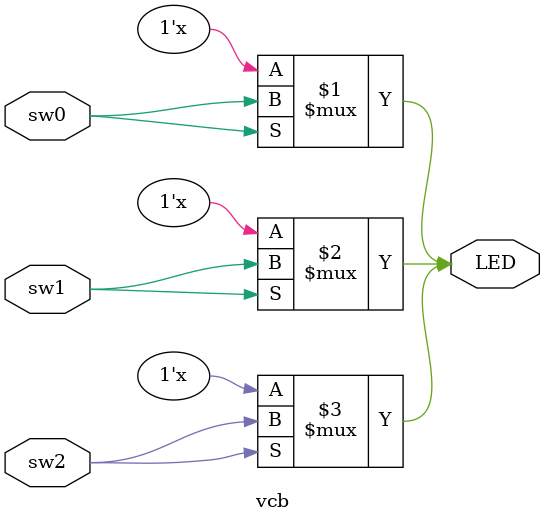
<source format=v>
`timescale 1ns / 1ps

module vcb(
   input  sw0,
   input  sw1,
   input  sw2,
   output tri LED
   );
   bufif1 b1(LED, sw0, sw0);
   bufif1 b2(LED, sw1, sw1);
   bufif1 b3(LED, sw2, sw2);
endmodule
</source>
